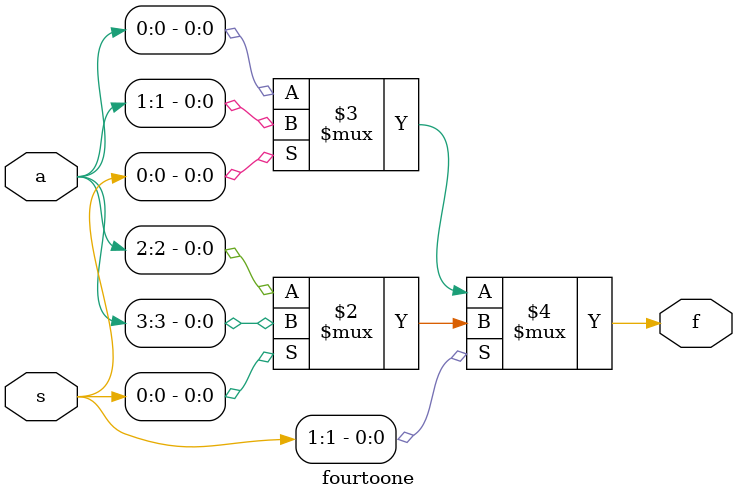
<source format=v>
module sixtoone(a,s,f);
	input [15:0] a;
	input [3:0] s;
	output f;
	wire [3:0] c;
	fourtoone stage0(a[3:0],s[1:0],c[0]);
	fourtoone stage1(a[7:4],s[1:0],c[1]);
	fourtoone stage2(a[11:8],s[1:0],c[2]);
	fourtoone stage3(a[15:12],s[1:0],c[3]);
	fourtoone stage4(c,s[3:2],f);
endmodule


module fourtoone(a,s,f);
	input [3:0] a;
	input [1:0] s;
	wire [1:0] c;
	output f;
	reg f;
	always@(s,a)
	begin
		f = s[1]?(s[0]?a[3]:a[2]):(s[0]?a[1]:a[0]);
	end
endmodule

</source>
